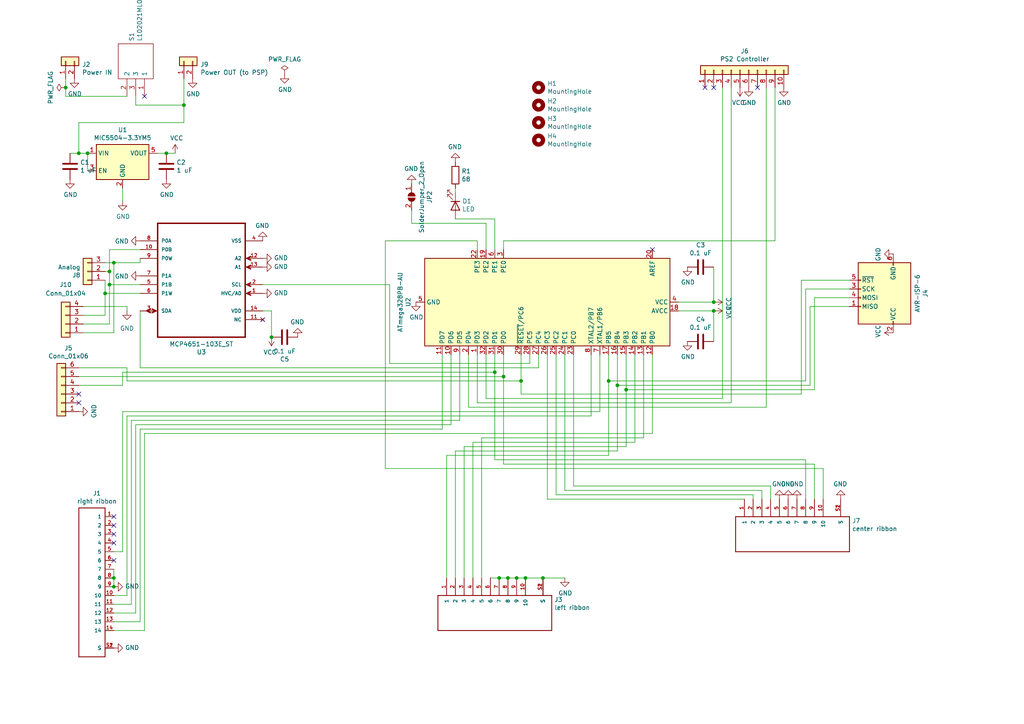
<source format=kicad_sch>
(kicad_sch (version 20211123) (generator eeschema)
  (paper "A4")
  (title_block (title "PS2 to PSP adapter") (company "orangeglo") (comment 1 "For PSP 2000"))
  (lib_symbols
    (symbol "1-1734592-0:1-1734592-0" (pin_names (offset 1.016))
      (property "Reference" "J" (at -5.08 18.5674 0))
      (property "Value" "1-1734592-0_1-1734592-0" (at -5.08 -17.8054 0))
      (symbol "1-1734592-0_0_0"
        (polyline (pts (xy -5.08 -15.24) (xy 5.08 -15.24)) (stroke (width 0.254)))
        (polyline (pts (xy -5.08 17.78) (xy -5.08 -15.24)) (stroke (width 0.254)))
        (polyline (pts (xy 5.08 -15.24) (xy 5.08 17.78)) (stroke (width 0.254)))
        (polyline (pts (xy 5.08 17.78) (xy -5.08 17.78)) (stroke (width 0.254)))
        (pin passive line (at 10.16 15.24 180) (length 5.08) (name "1") (number "1"))
        (pin passive line (at 10.16 -7.62 180) (length 5.08) (name "10") (number "10"))
        (pin passive line (at 10.16 12.7 180) (length 5.08) (name "2") (number "2"))
        (pin passive line (at 10.16 10.16 180) (length 5.08) (name "3") (number "3"))
        (pin passive line (at 10.16 7.62 180) (length 5.08) (name "4") (number "4"))
        (pin passive line (at 10.16 5.08 180) (length 5.08) (name "5") (number "5"))
        (pin passive line (at 10.16 2.54 180) (length 5.08) (name "6") (number "6"))
        (pin passive line (at 10.16 0 180) (length 5.08) (name "7") (number "7"))
        (pin passive line (at 10.16 -2.54 180) (length 5.08) (name "8") (number "8"))
        (pin passive line (at 10.16 -5.08 180) (length 5.08) (name "9") (number "9"))
        (pin passive line (at 10.16 -12.7 180) (length 5.08) (name "S") (number "S1"))
        (pin passive line (at 10.16 -12.7 180) (length 5.08) (name "S") (number "S2"))
      )
    )
    (symbol "1-1734592-4:1-1734592-4" (pin_names (offset 1.016))
      (property "Reference" "J" (at -3.302 21.1074 0))
      (property "Value" "1-1734592-4_1-1734592-4" (at -2.794 -24.9174 0))
      (symbol "1-1734592-4_0_0"
        (polyline (pts (xy -2.54 -22.86) (xy -2.54 20.32)) (stroke (width 0.254)))
        (polyline (pts (xy -2.54 20.32) (xy 5.08 20.32)) (stroke (width 0.254)))
        (polyline (pts (xy 5.08 -22.86) (xy -2.54 -22.86)) (stroke (width 0.254)))
        (polyline (pts (xy 5.08 20.32) (xy 5.08 -22.86)) (stroke (width 0.254)))
        (pin passive line (at -5.08 17.78 0) (length 2.54) (name "1") (number "1"))
        (pin passive line (at -5.08 -5.08 0) (length 2.54) (name "10") (number "10"))
        (pin passive line (at -5.08 -7.62 0) (length 2.54) (name "11") (number "11"))
        (pin passive line (at -5.08 -10.16 0) (length 2.54) (name "12") (number "12"))
        (pin passive line (at -5.08 -12.7 0) (length 2.54) (name "13") (number "13"))
        (pin passive line (at -5.08 -15.24 0) (length 2.54) (name "14") (number "14"))
        (pin passive line (at -5.08 15.24 0) (length 2.54) (name "2") (number "2"))
        (pin passive line (at -5.08 12.7 0) (length 2.54) (name "3") (number "3"))
        (pin passive line (at -5.08 10.16 0) (length 2.54) (name "4") (number "4"))
        (pin passive line (at -5.08 7.62 0) (length 2.54) (name "5") (number "5"))
        (pin passive line (at -5.08 5.08 0) (length 2.54) (name "6") (number "6"))
        (pin passive line (at -5.08 2.54 0) (length 2.54) (name "7") (number "7"))
        (pin passive line (at -5.08 0 0) (length 2.54) (name "8") (number "8"))
        (pin passive line (at -5.08 -2.54 0) (length 2.54) (name "9") (number "9"))
        (pin passive line (at -5.08 -20.32 0) (length 2.54) (name "S") (number "S1"))
        (pin passive line (at -5.08 -20.32 0) (length 2.54) (name "S") (number "S2"))
      )
    )
    (symbol "Connector:AVR-ISP-6" (pin_names (offset 1.016))
      (property "Reference" "J" (at -6.35 11.43 0))
      (property "Value" "AVR-ISP-6" (at 0 11.43 0))
      (symbol "AVR-ISP-6_0_1"
        (rectangle (start -2.667 -6.858) (end -2.413 -7.62))
        (rectangle (start -2.667 10.16) (end -2.413 9.398))
        (rectangle (start 7.62 -2.413) (end 6.858 -2.667))
        (rectangle (start 7.62 0.127) (end 6.858 -0.127))
        (rectangle (start 7.62 2.667) (end 6.858 2.413))
        (rectangle (start 7.62 5.207) (end 6.858 4.953))
        (rectangle (start 7.62 10.16) (end -7.62 -7.62) (stroke (width 0.254)) (fill (type background)))
      )
      (symbol "AVR-ISP-6_1_1"
        (pin passive line (at 10.16 5.08 180) (length 2.54) (name "MISO") (number "1"))
        (pin passive line (at -2.54 12.7 270) (length 2.54) (name "VCC") (number "2"))
        (pin passive line (at 10.16 0 180) (length 2.54) (name "SCK") (number "3"))
        (pin passive line (at 10.16 2.54 180) (length 2.54) (name "MOSI") (number "4"))
        (pin passive line (at 10.16 -2.54 180) (length 2.54) (name "~{RST}") (number "5"))
        (pin passive line (at -2.54 -10.16 90) (length 2.54) (name "GND") (number "6"))
      )
    )
    (symbol "Connector_Generic:Conn_01x02" (pin_names (offset 1.016) hide)
      (property "Reference" "J" (at 0 2.54 0))
      (property "Value" "Conn_01x02" (at 0 -5.08 0))
      (symbol "Conn_01x02_1_1"
        (rectangle (start -1.27 -2.413) (end 0 -2.667) (stroke (width 0.1524)))
        (rectangle (start -1.27 0.127) (end 0 -0.127) (stroke (width 0.1524)))
        (rectangle (start -1.27 1.27) (end 1.27 -3.81) (stroke (width 0.254)) (fill (type background)))
        (pin passive line (at -5.08 0 0) (length 3.81) (name "Pin_1") (number "1"))
        (pin passive line (at -5.08 -2.54 0) (length 3.81) (name "Pin_2") (number "2"))
      )
    )
    (symbol "Connector_Generic:Conn_01x03" (pin_names (offset 1.016) hide)
      (property "Reference" "J" (at 0 5.08 0))
      (property "Value" "Conn_01x03" (at 0 -5.08 0))
      (symbol "Conn_01x03_1_1"
        (rectangle (start -1.27 -2.413) (end 0 -2.667) (stroke (width 0.1524)))
        (rectangle (start -1.27 0.127) (end 0 -0.127) (stroke (width 0.1524)))
        (rectangle (start -1.27 2.667) (end 0 2.413) (stroke (width 0.1524)))
        (rectangle (start -1.27 3.81) (end 1.27 -3.81) (stroke (width 0.254)) (fill (type background)))
        (pin passive line (at -5.08 2.54 0) (length 3.81) (name "Pin_1") (number "1"))
        (pin passive line (at -5.08 0 0) (length 3.81) (name "Pin_2") (number "2"))
        (pin passive line (at -5.08 -2.54 0) (length 3.81) (name "Pin_3") (number "3"))
      )
    )
    (symbol "Connector_Generic:Conn_01x04" (pin_names (offset 1.016) hide)
      (property "Reference" "J" (at 0 5.08 0))
      (property "Value" "Conn_01x04" (at 0 -7.62 0))
      (symbol "Conn_01x04_1_1"
        (rectangle (start -1.27 -4.953) (end 0 -5.207) (stroke (width 0.1524)))
        (rectangle (start -1.27 -2.413) (end 0 -2.667) (stroke (width 0.1524)))
        (rectangle (start -1.27 0.127) (end 0 -0.127) (stroke (width 0.1524)))
        (rectangle (start -1.27 2.667) (end 0 2.413) (stroke (width 0.1524)))
        (rectangle (start -1.27 3.81) (end 1.27 -6.35) (stroke (width 0.254)) (fill (type background)))
        (pin passive line (at -5.08 2.54 0) (length 3.81) (name "Pin_1") (number "1"))
        (pin passive line (at -5.08 0 0) (length 3.81) (name "Pin_2") (number "2"))
        (pin passive line (at -5.08 -2.54 0) (length 3.81) (name "Pin_3") (number "3"))
        (pin passive line (at -5.08 -5.08 0) (length 3.81) (name "Pin_4") (number "4"))
      )
    )
    (symbol "Connector_Generic:Conn_01x06" (pin_names (offset 1.016) hide)
      (property "Reference" "J" (at 0 7.62 0))
      (property "Value" "Conn_01x06" (at 0 -10.16 0))
      (symbol "Conn_01x06_1_1"
        (rectangle (start -1.27 -7.493) (end 0 -7.747) (stroke (width 0.1524)))
        (rectangle (start -1.27 -4.953) (end 0 -5.207) (stroke (width 0.1524)))
        (rectangle (start -1.27 -2.413) (end 0 -2.667) (stroke (width 0.1524)))
        (rectangle (start -1.27 0.127) (end 0 -0.127) (stroke (width 0.1524)))
        (rectangle (start -1.27 2.667) (end 0 2.413) (stroke (width 0.1524)))
        (rectangle (start -1.27 5.207) (end 0 4.953) (stroke (width 0.1524)))
        (rectangle (start -1.27 6.35) (end 1.27 -8.89) (stroke (width 0.254)) (fill (type background)))
        (pin passive line (at -5.08 5.08 0) (length 3.81) (name "Pin_1") (number "1"))
        (pin passive line (at -5.08 2.54 0) (length 3.81) (name "Pin_2") (number "2"))
        (pin passive line (at -5.08 0 0) (length 3.81) (name "Pin_3") (number "3"))
        (pin passive line (at -5.08 -2.54 0) (length 3.81) (name "Pin_4") (number "4"))
        (pin passive line (at -5.08 -5.08 0) (length 3.81) (name "Pin_5") (number "5"))
        (pin passive line (at -5.08 -7.62 0) (length 3.81) (name "Pin_6") (number "6"))
      )
    )
    (symbol "Connector_Generic:Conn_01x10" (pin_names (offset 1.016) hide)
      (property "Reference" "J" (at 0 12.7 0))
      (property "Value" "Conn_01x10" (at 0 -15.24 0))
      (symbol "Conn_01x10_1_1"
        (rectangle (start -1.27 -12.573) (end 0 -12.827) (stroke (width 0.1524)))
        (rectangle (start -1.27 -10.033) (end 0 -10.287) (stroke (width 0.1524)))
        (rectangle (start -1.27 -7.493) (end 0 -7.747) (stroke (width 0.1524)))
        (rectangle (start -1.27 -4.953) (end 0 -5.207) (stroke (width 0.1524)))
        (rectangle (start -1.27 -2.413) (end 0 -2.667) (stroke (width 0.1524)))
        (rectangle (start -1.27 0.127) (end 0 -0.127) (stroke (width 0.1524)))
        (rectangle (start -1.27 2.667) (end 0 2.413) (stroke (width 0.1524)))
        (rectangle (start -1.27 5.207) (end 0 4.953) (stroke (width 0.1524)))
        (rectangle (start -1.27 7.747) (end 0 7.493) (stroke (width 0.1524)))
        (rectangle (start -1.27 10.287) (end 0 10.033) (stroke (width 0.1524)))
        (rectangle (start -1.27 11.43) (end 1.27 -13.97) (stroke (width 0.254)) (fill (type background)))
        (pin passive line (at -5.08 10.16 0) (length 3.81) (name "Pin_1") (number "1"))
        (pin passive line (at -5.08 -12.7 0) (length 3.81) (name "Pin_10") (number "10"))
        (pin passive line (at -5.08 7.62 0) (length 3.81) (name "Pin_2") (number "2"))
        (pin passive line (at -5.08 5.08 0) (length 3.81) (name "Pin_3") (number "3"))
        (pin passive line (at -5.08 2.54 0) (length 3.81) (name "Pin_4") (number "4"))
        (pin passive line (at -5.08 0 0) (length 3.81) (name "Pin_5") (number "5"))
        (pin passive line (at -5.08 -2.54 0) (length 3.81) (name "Pin_6") (number "6"))
        (pin passive line (at -5.08 -5.08 0) (length 3.81) (name "Pin_7") (number "7"))
        (pin passive line (at -5.08 -7.62 0) (length 3.81) (name "Pin_8") (number "8"))
        (pin passive line (at -5.08 -10.16 0) (length 3.81) (name "Pin_9") (number "9"))
      )
    )
    (symbol "Device:C" (pin_numbers hide) (pin_names (offset 0.254))
      (property "Reference" "C" (at 0.635 2.54 0))
      (property "Value" "C" (at 0.635 -2.54 0))
      (symbol "C_0_1"
        (polyline (pts (xy -2.032 -0.762) (xy 2.032 -0.762)) (stroke (width 0.508)))
        (polyline (pts (xy -2.032 0.762) (xy 2.032 0.762)) (stroke (width 0.508)))
      )
      (symbol "C_1_1"
        (pin passive line (at 0 3.81 270) (length 2.794) (name "~") (number "1"))
        (pin passive line (at 0 -3.81 90) (length 2.794) (name "~") (number "2"))
      )
    )
    (symbol "Device:LED" (pin_numbers hide) (pin_names (offset 1.016) hide)
      (property "Reference" "D" (at 0 2.54 0))
      (property "Value" "LED" (at 0 -2.54 0))
      (symbol "LED_0_1"
        (polyline (pts (xy -1.27 -1.27) (xy -1.27 1.27)) (stroke (width 0.254)))
        (polyline (pts (xy -1.27 0) (xy 1.27 0)))
        (polyline (pts (xy 1.27 -1.27) (xy 1.27 1.27) (xy -1.27 0) (xy 1.27 -1.27)) (stroke (width 0.254)))
        (polyline (pts (xy -3.048 -0.762) (xy -4.572 -2.286) (xy -3.81 -2.286) (xy -4.572 -2.286) (xy -4.572 -1.524)))
        (polyline (pts (xy -1.778 -0.762) (xy -3.302 -2.286) (xy -2.54 -2.286) (xy -3.302 -2.286) (xy -3.302 -1.524)))
      )
      (symbol "LED_1_1"
        (pin passive line (at -3.81 0 0) (length 2.54) (name "K") (number "1"))
        (pin passive line (at 3.81 0 180) (length 2.54) (name "A") (number "2"))
      )
    )
    (symbol "Device:R" (pin_numbers hide) (pin_names (offset 0))
      (property "Reference" "R" (at 2.032 0 90))
      (property "Value" "R" (at 0 0 90))
      (symbol "R_0_1"
        (rectangle (start -1.016 -2.54) (end 1.016 2.54) (stroke (width 0.254)))
      )
      (symbol "R_1_1"
        (pin passive line (at 0 3.81 270) (length 1.27) (name "~") (number "1"))
        (pin passive line (at 0 -3.81 90) (length 1.27) (name "~") (number "2"))
      )
    )
    (symbol "Jumper:SolderJumper_2_Open" (pin_names (offset 0) hide)
      (property "Reference" "JP" (at 0 2.032 0))
      (property "Value" "SolderJumper_2_Open" (at 0 -2.54 0))
      (symbol "SolderJumper_2_Open_0_1"
        (arc (start -0.254 1.016) (mid -1.27 0) (end -0.254 -1.016))
        (arc (start -0.254 1.016) (mid -1.27 0) (end -0.254 -1.016) (fill (type outline)))
        (polyline (pts (xy -0.254 1.016) (xy -0.254 -1.016)))
        (polyline (pts (xy 0.254 1.016) (xy 0.254 -1.016)))
        (arc (start 0.254 -1.016) (mid 1.27 0) (end 0.254 1.016))
        (arc (start 0.254 -1.016) (mid 1.27 0) (end 0.254 1.016) (fill (type outline)))
      )
      (symbol "SolderJumper_2_Open_1_1"
        (pin passive line (at -3.81 0 0) (length 2.54) (name "A") (number "1"))
        (pin passive line (at 3.81 0 180) (length 2.54) (name "B") (number "2"))
      )
    )
    (symbol "L102021ML04Q:L102021ML04Q" (pin_names (offset 0.762))
      (property "Reference" "S" (at 16.51 7.62 0))
      (property "Value" "L102021ML04Q_L102021ML04Q" (at 16.51 5.08 0))
      (symbol "L102021ML04Q_0_0"
        (pin unspecified line (at 0 -5.08 0) (length 5.08) (name "1") (number "1"))
        (pin unspecified line (at 0 0 0) (length 5.08) (name "2") (number "2"))
        (pin unspecified line (at 0 -2.54 0) (length 5.08) (name "3") (number "3"))
      )
      (symbol "L102021ML04Q_0_1"
        (polyline (pts (xy 5.08 2.54) (xy 15.24 2.54) (xy 15.24 -7.62) (xy 5.08 -7.62) (xy 5.08 2.54)) (stroke (width 0.1524)))
      )
    )
    (symbol "MCP4651-103E_ST:MCP4651-103E_ST" (pin_names (offset 1.016))
      (property "Reference" "U" (at -4.5974 14.0716 0))
      (property "Value" "MCP4651-103E_ST_MCP4651-103E_ST" (at -5.8674 -23.2156 0))
      (symbol "MCP4651-103E_ST_0_0"
        (polyline (pts (xy -13.208 -10.16) (xy -14.2748 -10.668)) (stroke (width 0.4064)))
        (polyline (pts (xy -13.208 -10.16) (xy -14.2748 -9.652)) (stroke (width 0.4064)))
        (polyline (pts (xy -13.208 -7.62) (xy -14.2748 -8.128)) (stroke (width 0.4064)))
        (polyline (pts (xy -13.208 -7.62) (xy -14.2748 -7.112)) (stroke (width 0.4064)))
        (polyline (pts (xy -13.208 -2.54) (xy -14.2748 -3.048)) (stroke (width 0.4064)))
        (polyline (pts (xy -13.208 -2.54) (xy -14.2748 -2.032)) (stroke (width 0.4064)))
        (polyline (pts (xy -13.208 0) (xy -14.2748 -0.508)) (stroke (width 0.4064)))
        (polyline (pts (xy -13.208 0) (xy -14.2748 0.508)) (stroke (width 0.4064)))
        (polyline (pts (xy -12.7 -20.32) (xy 12.7 -20.32)) (stroke (width 0.4064)))
        (polyline (pts (xy -12.7 12.7) (xy -12.7 -20.32)) (stroke (width 0.4064)))
        (polyline (pts (xy 12.7 -20.32) (xy 12.7 12.7)) (stroke (width 0.4064)))
        (polyline (pts (xy 12.7 12.7) (xy -12.7 12.7)) (stroke (width 0.4064)))
        (polyline (pts (xy 13.208 5.08) (xy 14.2748 4.572)) (stroke (width 0.4064)))
        (polyline (pts (xy 13.208 5.08) (xy 14.2748 5.588)) (stroke (width 0.4064)))
        (polyline (pts (xy 14.7828 4.572) (xy 15.8242 5.08)) (stroke (width 0.4064)))
        (polyline (pts (xy 14.7828 5.588) (xy 15.8242 5.08)) (stroke (width 0.4064)))
        (pin input line (at -17.78 0 0) (length 5.08) (name "HVC/A0") (number "1"))
        (pin passive line (at 17.78 -12.7 180) (length 5.08) (name "P0B") (number "10"))
        (pin no_connect line (at -17.78 7.62 0) (length 5.08) (name "NC") (number "11"))
        (pin input line (at -17.78 -10.16 0) (length 5.08) (name "A2") (number "12"))
        (pin input line (at -17.78 -7.62 0) (length 5.08) (name "A1") (number "13"))
        (pin power_in line (at -17.78 5.08 0) (length 5.08) (name "VDD") (number "14"))
        (pin input line (at -17.78 -2.54 0) (length 5.08) (name "SCL") (number "2"))
        (pin bidirectional line (at 17.78 5.08 180) (length 5.08) (name "SDA") (number "3"))
        (pin power_in line (at -17.78 -15.24 0) (length 5.08) (name "VSS") (number "4"))
        (pin passive line (at 17.78 -2.54 180) (length 5.08) (name "P1B") (number "5"))
        (pin passive line (at 17.78 0 180) (length 5.08) (name "P1W") (number "6"))
        (pin passive line (at 17.78 -5.08 180) (length 5.08) (name "P1A") (number "7"))
        (pin passive line (at 17.78 -15.24 180) (length 5.08) (name "P0A") (number "8"))
        (pin passive line (at 17.78 -10.16 180) (length 5.08) (name "P0W") (number "9"))
      )
    )
    (symbol "MCU_Microchip_ATmega:ATmega328PB-AU"
      (property "Reference" "U" (at -12.7 36.83 0))
      (property "Value" "MCU_Microchip_ATmega_ATmega328PB-AU" (at 2.54 -36.83 0))
      (symbol "ATmega328PB-AU_0_1"
        (rectangle (start -12.7 -35.56) (end 12.7 35.56) (stroke (width 0.254)) (fill (type background)))
      )
      (symbol "ATmega328PB-AU_1_1"
        (pin bidirectional line (at 15.24 -20.32 180) (length 2.54) (name "PD3") (number "1"))
        (pin bidirectional line (at 15.24 -27.94 180) (length 2.54) (name "PD6") (number "10"))
        (pin bidirectional line (at 15.24 -30.48 180) (length 2.54) (name "PD7") (number "11"))
        (pin bidirectional line (at 15.24 30.48 180) (length 2.54) (name "PB0") (number "12"))
        (pin bidirectional line (at 15.24 27.94 180) (length 2.54) (name "PB1") (number "13"))
        (pin bidirectional line (at 15.24 25.4 180) (length 2.54) (name "PB2") (number "14"))
        (pin bidirectional line (at 15.24 22.86 180) (length 2.54) (name "PB3") (number "15"))
        (pin bidirectional line (at 15.24 20.32 180) (length 2.54) (name "PB4") (number "16"))
        (pin bidirectional line (at 15.24 17.78 180) (length 2.54) (name "PB5") (number "17"))
        (pin power_in line (at 2.54 38.1 270) (length 2.54) (name "AVCC") (number "18"))
        (pin bidirectional line (at -15.24 -17.78 0) (length 2.54) (name "PE2") (number "19"))
        (pin bidirectional line (at 15.24 -22.86 180) (length 2.54) (name "PD4") (number "2"))
        (pin passive line (at -15.24 30.48 0) (length 2.54) (name "AREF") (number "20"))
        (pin passive line (at 0 -38.1 90) (length 2.54) hide (name "GND") (number "21"))
        (pin bidirectional line (at -15.24 -20.32 0) (length 2.54) (name "PE3") (number "22"))
        (pin bidirectional line (at 15.24 7.62 180) (length 2.54) (name "PC0") (number "23"))
        (pin bidirectional line (at 15.24 5.08 180) (length 2.54) (name "PC1") (number "24"))
        (pin bidirectional line (at 15.24 2.54 180) (length 2.54) (name "PC2") (number "25"))
        (pin bidirectional line (at 15.24 0 180) (length 2.54) (name "PC3") (number "26"))
        (pin bidirectional line (at 15.24 -2.54 180) (length 2.54) (name "PC4") (number "27"))
        (pin bidirectional line (at 15.24 -5.08 180) (length 2.54) (name "PC5") (number "28"))
        (pin bidirectional line (at 15.24 -7.62 180) (length 2.54) (name "~{RESET}/PC6") (number "29"))
        (pin bidirectional line (at -15.24 -12.7 0) (length 2.54) (name "PE0") (number "3"))
        (pin bidirectional line (at 15.24 -12.7 180) (length 2.54) (name "PD0") (number "30"))
        (pin bidirectional line (at 15.24 -15.24 180) (length 2.54) (name "PD1") (number "31"))
        (pin bidirectional line (at 15.24 -17.78 180) (length 2.54) (name "PD2") (number "32"))
        (pin power_in line (at 0 38.1 270) (length 2.54) (name "VCC") (number "4"))
        (pin power_in line (at 0 -38.1 90) (length 2.54) (name "GND") (number "5"))
        (pin bidirectional line (at -15.24 -15.24 0) (length 2.54) (name "PE1") (number "6"))
        (pin bidirectional line (at 15.24 15.24 180) (length 2.54) (name "XTAL1/PB6") (number "7"))
        (pin bidirectional line (at 15.24 12.7 180) (length 2.54) (name "XTAL2/PB7") (number "8"))
        (pin bidirectional line (at 15.24 -25.4 180) (length 2.54) (name "PD5") (number "9"))
      )
    )
    (symbol "Mechanical:MountingHole" (pin_names (offset 1.016))
      (property "Reference" "H" (at 0 5.08 0))
      (property "Value" "MountingHole" (at 0 3.175 0))
      (symbol "MountingHole_0_1"
        (circle (center 0 0) (radius 1.27) (stroke (width 1.27)))
      )
    )
    (symbol "Regulator_Linear:MIC5504-3.3YM5"
      (property "Reference" "U" (at -7.62 8.89 0))
      (property "Value" "MIC5504-3.3YM5" (at -7.62 6.35 0))
      (symbol "MIC5504-3.3YM5_0_1"
        (rectangle (start -7.62 -5.08) (end 7.62 5.08) (stroke (width 0.254)) (fill (type background)))
      )
      (symbol "MIC5504-3.3YM5_1_1"
        (pin power_in line (at -10.16 2.54 0) (length 2.54) (name "VIN") (number "1"))
        (pin power_in line (at 0 -7.62 90) (length 2.54) (name "GND") (number "2"))
        (pin input line (at -10.16 -2.54 0) (length 2.54) (name "EN") (number "3"))
        (pin no_connect line (at 7.62 -2.54 180) (length 2.54) hide (name "NC") (number "4"))
        (pin power_out line (at 10.16 2.54 180) (length 2.54) (name "VOUT") (number "5"))
      )
    )
    (symbol "power:GND" (power) (pin_names (offset 0))
      (property "Value" "GND" (at 0 -3.81 0))
      (symbol "GND_0_1"
        (polyline (pts (xy 0 0) (xy 0 -1.27) (xy 1.27 -1.27) (xy 0 -2.54) (xy -1.27 -1.27) (xy 0 -1.27)))
      )
      (symbol "GND_1_1"
        (pin power_in line (at 0 0 270) (length 0) hide (name "GND") (number "1"))
      )
    )
    (symbol "power:PWR_FLAG" (power) (pin_numbers hide) (pin_names (offset 0) hide)
      (property "Value" "PWR_FLAG" (at 0 3.81 0))
      (symbol "PWR_FLAG_0_0"
        (pin power_out line (at 0 0 90) (length 0) (name "pwr") (number "1"))
      )
      (symbol "PWR_FLAG_0_1"
        (polyline (pts (xy 0 0) (xy 0 1.27) (xy -1.016 1.905) (xy 0 2.54) (xy 1.016 1.905) (xy 0 1.27)))
      )
    )
    (symbol "power:VCC" (power) (pin_names (offset 0))
      (property "Value" "VCC" (at 0 3.81 0))
      (symbol "VCC_0_1"
        (polyline (pts (xy -0.762 1.27) (xy 0 2.54)))
        (polyline (pts (xy 0 0) (xy 0 2.54)))
        (polyline (pts (xy 0 2.54) (xy 0.762 1.27)))
      )
      (symbol "VCC_1_1"
        (pin power_in line (at 0 0 90) (length 0) hide (name "VCC") (number "1"))
      )
    )
  )
  (junction (at 22.86 44.45))
  (junction (at 146.05 109.22))
  (junction (at 179.07 111.76))
  (junction (at 31.75 82.55))
  (junction (at 151.13 110.49))
  (junction (at 33.02 167.64))
  (junction (at 176.53 110.49))
  (junction (at 152.4 167.64))
  (junction (at 149.86 167.64))
  (junction (at 181.61 113.03))
  (junction (at 78.74 97.79))
  (junction (at 33.02 76.2))
  (junction (at 53.34 30.48))
  (junction (at 19.05 25.4))
  (junction (at 157.48 167.64))
  (junction (at 143.51 107.95))
  (junction (at 147.32 167.64))
  (junction (at 33.02 170.18))
  (junction (at 207.01 87.63))
  (junction (at 48.26 44.45))
  (junction (at 207.01 90.17))
  (junction (at 144.78 167.64))
  (junction (at 30.48 85.09))
  (junction (at 25.4 44.45))
  (junction (at 31.75 78.74))
  (no_connect (at 33.02 149.86))
  (no_connect (at 204.47 25.4))
  (no_connect (at 219.71 25.4))
  (no_connect (at 41.91 27.94))
  (no_connect (at 33.02 162.56))
  (no_connect (at 33.02 152.4))
  (no_connect (at 76.2 92.71))
  (no_connect (at 189.23 72.39))
  (no_connect (at 22.86 114.3))
  (no_connect (at 33.02 154.94))
  (no_connect (at 33.02 157.48))
  (no_connect (at 207.01 25.4))
  (no_connect (at 22.86 116.84))
  (wire (pts (xy 222.25 25.4) (xy 222.25 118.11)))
  (wire (pts (xy 144.78 167.64) (xy 147.32 167.64)))
  (wire (pts (xy 151.13 114.3) (xy 151.13 110.49)))
  (wire (pts (xy 232.41 114.3) (xy 151.13 114.3)))
  (wire (pts (xy 238.76 135.89) (xy 111.76 135.89)))
  (wire (pts (xy 212.09 25.4) (xy 212.09 116.84)))
  (wire (pts (xy 236.22 86.36) (xy 246.38 86.36)))
  (wire (pts (xy 132.08 130.81) (xy 179.07 130.81)))
  (wire (pts (xy 35.56 111.76) (xy 22.86 111.76)))
  (wire (pts (xy 161.29 143.51) (xy 161.29 102.87)))
  (wire (pts (xy 207.01 87.63) (xy 196.85 87.63)))
  (wire (pts (xy 133.35 102.87) (xy 133.35 121.92)))
  (wire (pts (xy 143.51 72.39) (xy 143.51 63.5)))
  (wire (pts (xy 132.08 54.61) (xy 132.08 55.88)))
  (wire (pts (xy 35.56 107.95) (xy 143.51 107.95)))
  (wire (pts (xy 133.35 121.92) (xy 38.1 121.92)))
  (wire (pts (xy 35.56 160.02) (xy 35.56 119.38)))
  (wire (pts (xy 234.95 88.9) (xy 246.38 88.9)))
  (wire (pts (xy 36.83 106.68) (xy 22.86 106.68)))
  (wire (pts (xy 212.09 116.84) (xy 138.43 116.84)))
  (wire (pts (xy 218.44 143.51) (xy 161.29 143.51)))
  (wire (pts (xy 30.48 81.28) (xy 30.48 85.09)))
  (wire (pts (xy 76.2 82.55) (xy 113.03 82.55)))
  (wire (pts (xy 146.05 109.22) (xy 146.05 102.87)))
  (wire (pts (xy 215.9 144.78) (xy 158.75 144.78)))
  (wire (pts (xy 146.05 69.85) (xy 146.05 72.39)))
  (wire (pts (xy 209.55 115.57) (xy 140.97 115.57)))
  (wire (pts (xy 179.07 102.87) (xy 179.07 111.76)))
  (wire (pts (xy 129.54 132.08) (xy 176.53 132.08)))
  (wire (pts (xy 130.81 123.19) (xy 39.37 123.19)))
  (wire (pts (xy 142.24 167.64) (xy 144.78 167.64)))
  (wire (pts (xy 22.86 44.45) (xy 20.32 44.45)))
  (wire (pts (xy 24.13 91.44) (xy 30.48 91.44)))
  (wire (pts (xy 171.45 120.65) (xy 36.83 120.65)))
  (wire (pts (xy 147.32 167.64) (xy 149.86 167.64)))
  (wire (pts (xy 35.56 119.38) (xy 173.99 119.38)))
  (wire (pts (xy 236.22 113.03) (xy 236.22 86.36)))
  (wire (pts (xy 138.43 69.85) (xy 138.43 72.39)))
  (wire (pts (xy 209.55 25.4) (xy 209.55 115.57)))
  (wire (pts (xy 22.86 109.22) (xy 146.05 109.22)))
  (wire (pts (xy 151.13 110.49) (xy 151.13 102.87)))
  (wire (pts (xy 30.48 76.2) (xy 33.02 76.2)))
  (wire (pts (xy 113.03 105.41) (xy 153.67 105.41)))
  (wire (pts (xy 33.02 167.64) (xy 33.02 170.18)))
  (wire (pts (xy 143.51 133.35) (xy 143.51 107.95)))
  (wire (pts (xy 236.22 134.62) (xy 146.05 134.62)))
  (wire (pts (xy 181.61 113.03) (xy 181.61 129.54)))
  (wire (pts (xy 19.05 25.4) (xy 19.05 22.86)))
  (wire (pts (xy 137.16 128.27) (xy 137.16 167.64)))
  (wire (pts (xy 39.37 27.94) (xy 39.37 30.48)))
  (wire (pts (xy 41.91 182.88) (xy 33.02 182.88)))
  (wire (pts (xy 22.86 35.56) (xy 22.86 44.45)))
  (wire (pts (xy 135.89 118.11) (xy 135.89 102.87)))
  (wire (pts (xy 39.37 30.48) (xy 53.34 30.48)))
  (wire (pts (xy 153.67 105.41) (xy 153.67 102.87)))
  (wire (pts (xy 38.1 175.26) (xy 33.02 175.26)))
  (wire (pts (xy 40.64 124.46) (xy 40.64 180.34)))
  (wire (pts (xy 179.07 111.76) (xy 179.07 130.81)))
  (wire (pts (xy 173.99 119.38) (xy 173.99 102.87)))
  (wire (pts (xy 143.51 63.5) (xy 132.08 63.5)))
  (wire (pts (xy 189.23 125.73) (xy 41.91 125.73)))
  (wire (pts (xy 166.37 140.97) (xy 166.37 102.87)))
  (wire (pts (xy 140.97 72.39) (xy 140.97 64.77)))
  (wire (pts (xy 35.56 58.42) (xy 35.56 54.61)))
  (wire (pts (xy 30.48 85.09) (xy 40.64 85.09)))
  (wire (pts (xy 184.15 128.27) (xy 137.16 128.27)))
  (wire (pts (xy 234.95 111.76) (xy 234.95 88.9)))
  (wire (pts (xy 207.01 77.47) (xy 207.01 87.63)))
  (wire (pts (xy 224.79 25.4) (xy 224.79 69.85)))
  (wire (pts (xy 181.61 102.87) (xy 181.61 113.03)))
  (wire (pts (xy 31.75 78.74) (xy 30.48 78.74)))
  (wire (pts (xy 50.8 44.45) (xy 48.26 44.45)))
  (wire (pts (xy 53.34 22.86) (xy 53.34 30.48)))
  (wire (pts (xy 236.22 144.78) (xy 236.22 134.62)))
  (wire (pts (xy 41.91 125.73) (xy 41.91 182.88)))
  (wire (pts (xy 38.1 121.92) (xy 38.1 175.26)))
  (wire (pts (xy 25.4 44.45) (xy 22.86 44.45)))
  (wire (pts (xy 48.26 44.45) (xy 45.72 44.45)))
  (wire (pts (xy 207.01 90.17) (xy 196.85 90.17)))
  (wire (pts (xy 163.83 142.24) (xy 220.98 142.24)))
  (wire (pts (xy 186.69 102.87) (xy 186.69 127)))
  (wire (pts (xy 78.74 90.17) (xy 78.74 97.79)))
  (wire (pts (xy 40.64 72.39) (xy 31.75 72.39)))
  (wire (pts (xy 224.79 69.85) (xy 146.05 69.85)))
  (wire (pts (xy 53.34 30.48) (xy 53.34 35.56)))
  (wire (pts (xy 184.15 102.87) (xy 184.15 128.27)))
  (wire (pts (xy 25.4 44.45) (xy 25.4 49.53)))
  (wire (pts (xy 181.61 113.03) (xy 236.22 113.03)))
  (wire (pts (xy 111.76 69.85) (xy 138.43 69.85)))
  (wire (pts (xy 156.21 106.68) (xy 156.21 102.87)))
  (wire (pts (xy 233.68 133.35) (xy 143.51 133.35)))
  (wire (pts (xy 181.61 129.54) (xy 134.62 129.54)))
  (wire (pts (xy 140.97 115.57) (xy 140.97 102.87)))
  (wire (pts (xy 33.02 76.2) (xy 40.64 76.2)))
  (wire (pts (xy 33.02 96.52) (xy 33.02 76.2)))
  (wire (pts (xy 36.83 88.9) (xy 36.83 90.17)))
  (wire (pts (xy 233.68 83.82) (xy 246.38 83.82)))
  (wire (pts (xy 24.13 93.98) (xy 31.75 93.98)))
  (wire (pts (xy 128.27 102.87) (xy 128.27 124.46)))
  (wire (pts (xy 223.52 144.78) (xy 223.52 140.97)))
  (wire (pts (xy 139.7 127) (xy 139.7 167.64)))
  (wire (pts (xy 24.13 96.52) (xy 33.02 96.52)))
  (wire (pts (xy 163.83 102.87) (xy 163.83 142.24)))
  (wire (pts (xy 158.75 144.78) (xy 158.75 102.87)))
  (wire (pts (xy 36.83 172.72) (xy 33.02 172.72)))
  (wire (pts (xy 129.54 132.08) (xy 129.54 167.64)))
  (wire (pts (xy 134.62 129.54) (xy 134.62 167.64)))
  (wire (pts (xy 176.53 110.49) (xy 176.53 132.08)))
  (wire (pts (xy 40.64 106.68) (xy 156.21 106.68)))
  (wire (pts (xy 36.83 110.49) (xy 151.13 110.49)))
  (wire (pts (xy 138.43 116.84) (xy 138.43 102.87)))
  (wire (pts (xy 176.53 110.49) (xy 233.68 110.49)))
  (wire (pts (xy 35.56 107.95) (xy 35.56 111.76)))
  (wire (pts (xy 143.51 102.87) (xy 143.51 107.95)))
  (wire (pts (xy 31.75 82.55) (xy 31.75 78.74)))
  (wire (pts (xy 113.03 82.55) (xy 113.03 105.41)))
  (wire (pts (xy 189.23 102.87) (xy 189.23 125.73)))
  (wire (pts (xy 176.53 102.87) (xy 176.53 110.49)))
  (wire (pts (xy 111.76 135.89) (xy 111.76 69.85)))
  (wire (pts (xy 40.64 180.34) (xy 33.02 180.34)))
  (wire (pts (xy 36.83 120.65) (xy 36.83 172.72)))
  (wire (pts (xy 232.41 81.28) (xy 232.41 114.3)))
  (wire (pts (xy 207.01 99.06) (xy 207.01 90.17)))
  (wire (pts (xy 149.86 167.64) (xy 152.4 167.64)))
  (wire (pts (xy 36.83 110.49) (xy 36.83 106.68)))
  (wire (pts (xy 31.75 72.39) (xy 31.75 78.74)))
  (wire (pts (xy 130.81 102.87) (xy 130.81 123.19)))
  (wire (pts (xy 233.68 144.78) (xy 233.68 133.35)))
  (wire (pts (xy 246.38 81.28) (xy 232.41 81.28)))
  (wire (pts (xy 128.27 124.46) (xy 40.64 124.46)))
  (wire (pts (xy 33.02 165.1) (xy 33.02 167.64)))
  (wire (pts (xy 33.02 160.02) (xy 35.56 160.02)))
  (wire (pts (xy 119.38 64.77) (xy 119.38 60.96)))
  (wire (pts (xy 223.52 140.97) (xy 166.37 140.97)))
  (wire (pts (xy 40.64 82.55) (xy 31.75 82.55)))
  (wire (pts (xy 218.44 144.78) (xy 218.44 143.51)))
  (wire (pts (xy 31.75 93.98) (xy 31.75 82.55)))
  (wire (pts (xy 39.37 177.8) (xy 33.02 177.8)))
  (wire (pts (xy 222.25 118.11) (xy 135.89 118.11)))
  (wire (pts (xy 76.2 90.17) (xy 78.74 90.17)))
  (wire (pts (xy 146.05 134.62) (xy 146.05 109.22)))
  (wire (pts (xy 40.64 76.2) (xy 40.64 74.93)))
  (wire (pts (xy 53.34 35.56) (xy 22.86 35.56)))
  (wire (pts (xy 40.64 90.17) (xy 40.64 106.68)))
  (wire (pts (xy 233.68 110.49) (xy 233.68 83.82)))
  (wire (pts (xy 19.05 27.94) (xy 19.05 25.4)))
  (wire (pts (xy 220.98 142.24) (xy 220.98 144.78)))
  (wire (pts (xy 36.83 27.94) (xy 19.05 27.94)))
  (wire (pts (xy 30.48 91.44) (xy 30.48 85.09)))
  (wire (pts (xy 163.83 167.64) (xy 157.48 167.64)))
  (wire (pts (xy 39.37 123.19) (xy 39.37 177.8)))
  (wire (pts (xy 186.69 127) (xy 139.7 127)))
  (wire (pts (xy 132.08 130.81) (xy 132.08 167.64)))
  (wire (pts (xy 171.45 102.87) (xy 171.45 120.65)))
  (wire (pts (xy 152.4 167.64) (xy 157.48 167.64)))
  (wire (pts (xy 24.13 88.9) (xy 36.83 88.9)))
  (wire (pts (xy 238.76 144.78) (xy 238.76 135.89)))
  (wire (pts (xy 179.07 111.76) (xy 234.95 111.76)))
  (wire (pts (xy 140.97 64.77) (xy 119.38 64.77)))
  (symbol (lib_id "MCU_Microchip_ATmega:ATmega328PB-AU") (at 158.75 87.63 270) (unit 1)
    (property "Reference" "U2" (at 118.3894 87.63 0))
    (property "Value" "ATmega328PB-AU" (at 116.078 87.63 0))
    (property "Footprint" "Package_QFP:TQFP-32_7x7mm_P0.8mm" (effects hide))
    (property "Datasheet" "http://ww1.microchip.com/downloads/en/DeviceDoc/40001906C.pdf" (effects hide))
  )
  (symbol (lib_id "MCP4651-103E_ST:MCP4651-103E_ST") (at 58.42 85.09 180) (unit 1)
    (property "Reference" "U3" (at 58.42 102.108 0))
    (property "Value" "MCP4651-103E_ST" (at 58.42 99.7966 0))
    (property "Footprint" "Package_SO:TSSOP-14_4.4x5mm_P0.65mm" (effects hide))
    (property "Datasheet" "SOP-14" (effects hide))
    (property "Field4" "77M2987" (effects hide))
    (property "Field5" "1836513" (effects hide))
    (property "Field6" "Microchip" (effects hide))
    (property "Field7" "MCP4651-103E/ST" (effects hide))
  )
  (symbol (lib_id "Regulator_Linear:MIC5504-3.3YM5") (at 35.56 46.99 0) (unit 1)
    (property "Reference" "U1" (at 35.56 37.6682 0))
    (property "Value" "MIC5504-3.3YM5" (at 35.56 39.9796 0))
    (property "Footprint" "Package_TO_SOT_SMD:SOT-23-5" (effects hide))
    (property "Datasheet" "http://ww1.microchip.com/downloads/en/DeviceDoc/MIC550X.pdf" (effects hide))
  )
  (symbol (lib_id "power:GND") (at 35.56 58.42 0) (unit 1)
    (property "Reference" "#PWR0111" (effects hide))
    (property "Value" "GND" (at 35.687 62.8142 0))
  )
  (symbol (lib_id "power:VCC") (at 50.8 44.45 0) (unit 1)
    (property "Reference" "#PWR0110" (effects hide))
    (property "Value" "VCC" (at 51.2318 40.0558 0))
  )
  (symbol (lib_id "power:VCC") (at 207.01 87.63 270) (unit 1)
    (property "Reference" "#PWR0112" (effects hide))
    (property "Value" "VCC" (at 211.4042 88.0618 0))
  )
  (symbol (lib_id "power:VCC") (at 207.01 90.17 270) (unit 1)
    (property "Reference" "#PWR0113" (effects hide))
    (property "Value" "VCC" (at 211.4042 90.6018 0))
  )
  (symbol (lib_id "power:VCC") (at 78.74 97.79 180) (unit 1)
    (property "Reference" "#PWR0101" (effects hide))
    (property "Value" "VCC" (at 78.3082 102.1842 0))
  )
  (symbol (lib_id "power:GND") (at 76.2 74.93 90) (unit 1)
    (property "Reference" "#PWR0102" (effects hide))
    (property "Value" "GND" (at 79.4512 74.803 90) (effects (justify right)))
  )
  (symbol (lib_id "power:GND") (at 76.2 77.47 90) (unit 1)
    (property "Reference" "#PWR0103" (effects hide))
    (property "Value" "GND" (at 79.4512 77.343 90) (effects (justify right)))
  )
  (symbol (lib_id "power:GND") (at 76.2 85.09 90) (unit 1)
    (property "Reference" "#PWR0104" (effects hide))
    (property "Value" "GND" (at 79.4512 84.963 90) (effects (justify right)))
  )
  (symbol (lib_id "Connector:AVR-ISP-6") (at 256.54 83.82 180) (unit 1)
    (property "Reference" "J4" (at 268.4018 85.09 90))
    (property "Value" "AVR-ISP-6" (at 266.0904 85.09 90))
    (property "Footprint" "Connector_PinHeader_2.54mm:PinHeader_2x03_P2.54mm_Vertical" (effects hide))
    (property "Datasheet" " ~" (effects hide))
  )
  (symbol (lib_id "power:GND") (at 259.08 73.66 270) (unit 1)
    (property "Reference" "#PWR0107" (effects hide))
    (property "Value" "GND" (at 254.6858 73.787 0))
  )
  (symbol (lib_id "power:VCC") (at 259.08 96.52 90) (unit 1)
    (property "Reference" "#PWR0105" (effects hide))
    (property "Value" "VCC" (at 254.6858 96.0628 0))
  )
  (symbol (lib_id "Device:C") (at 203.2 77.47 90) (unit 1)
    (property "Reference" "C3" (at 203.2 71.0692 90))
    (property "Value" "0.1 uF" (at 203.2 73.3806 90))
    (property "Footprint" "Capacitor_SMD:C_0603_1608Metric_Pad1.05x0.95mm_HandSolder" (effects hide))
  )
  (symbol (lib_id "Device:C") (at 203.2 99.06 90) (unit 1)
    (property "Reference" "C4" (at 203.2 92.6592 90))
    (property "Value" "0.1 uF" (at 203.2 94.9706 90))
    (property "Footprint" "Capacitor_SMD:C_0603_1608Metric_Pad1.05x0.95mm_HandSolder" (effects hide))
  )
  (symbol (lib_id "power:GND") (at 199.39 77.47 0) (unit 1)
    (property "Reference" "#PWR0114" (effects hide))
    (property "Value" "GND" (at 199.517 81.8642 0))
  )
  (symbol (lib_id "power:GND") (at 199.39 99.06 0) (unit 1)
    (property "Reference" "#PWR0115" (effects hide))
    (property "Value" "GND" (at 199.517 103.4542 0))
  )
  (symbol (lib_id "Device:C") (at 82.55 97.79 90) (unit 1)
    (property "Reference" "C5" (at 82.55 104.1908 90))
    (property "Value" "0.1 uF" (at 82.55 101.8794 90))
    (property "Footprint" "Capacitor_SMD:C_0603_1608Metric_Pad1.05x0.95mm_HandSolder" (effects hide))
  )
  (symbol (lib_id "power:GND") (at 86.36 97.79 180) (unit 1)
    (property "Reference" "#PWR0106" (effects hide))
    (property "Value" "GND" (at 86.233 93.3958 0))
  )
  (symbol (lib_id "Device:C") (at 48.26 48.26 0) (unit 1)
    (property "Reference" "C2" (at 51.181 47.0916 0) (effects (justify left)))
    (property "Value" "1 uF" (at 51.181 49.403 0) (effects (justify left)))
    (property "Footprint" "Capacitor_SMD:C_0603_1608Metric_Pad1.05x0.95mm_HandSolder" (effects hide))
  )
  (symbol (lib_id "power:GND") (at 48.26 52.07 0) (unit 1)
    (property "Reference" "#PWR0109" (effects hide))
    (property "Value" "GND" (at 48.387 56.4642 0))
  )
  (symbol (lib_id "Device:C") (at 20.32 48.26 0) (unit 1)
    (property "Reference" "C1" (at 23.241 47.0916 0) (effects (justify left)))
    (property "Value" "1 uF" (at 23.241 49.403 0) (effects (justify left)))
    (property "Footprint" "Capacitor_SMD:C_0603_1608Metric_Pad1.05x0.95mm_HandSolder" (effects hide))
  )
  (symbol (lib_id "power:GND") (at 20.32 52.07 0) (unit 1)
    (property "Reference" "#PWR0108" (effects hide))
    (property "Value" "GND" (at 20.447 56.4642 0))
  )
  (symbol (lib_id "1-1734592-0:1-1734592-0") (at 144.78 177.8 90) (unit 1)
    (property "Reference" "J3" (at 160.782 173.9138 90) (effects (justify right)))
    (property "Value" "left ribbon" (at 160.782 176.2252 90) (effects (justify right)))
    (property "Footprint" "PSP_Consolizer:Left_Ribbon" (effects hide))
    (property "Datasheet" "10" (effects hide))
    (property "Field4" "https://www.te.com/usa-en/product-1-1734592-0.html?te_bu=Cor&te_type=disp&te_campaign=seda_glo_cor-seda-global-disp-prtnr-fy19-seda-model-bom-cta_sma-317_1&elqCampaignId=32493" (effects hide))
    (property "Field5" "Connector" (effects hide))
    (property "Field6" ".5 mm[.0197 in]" (effects hide))
    (property "Field7" "1-1734592-0" (effects hide))
  )
  (symbol (lib_id "1-1734592-0:1-1734592-0") (at 231.14 154.94 90) (unit 1)
    (property "Reference" "J7" (at 247.142 151.0538 90) (effects (justify right)))
    (property "Value" "center ribbon" (at 247.142 153.3652 90) (effects (justify right)))
    (property "Footprint" "Connector_FFC-FPC:TE_1-1734839-0_1x10-1MP_P0.5mm_Horizontal" (effects hide))
    (property "Datasheet" "10" (effects hide))
    (property "Field4" "https://www.te.com/usa-en/product-1-1734592-0.html?te_bu=Cor&te_type=disp&te_campaign=seda_glo_cor-seda-global-disp-prtnr-fy19-seda-model-bom-cta_sma-317_1&elqCampaignId=32493" (effects hide))
    (property "Field5" "Connector" (effects hide))
    (property "Field6" ".5 mm[.0197 in]" (effects hide))
    (property "Field7" "1-1734592-0" (effects hide))
  )
  (symbol (lib_id "power:GND") (at 163.83 167.64 0) (unit 1)
    (property "Reference" "#PWR0116" (effects hide))
    (property "Value" "GND" (at 163.957 172.0342 0))
  )
  (symbol (lib_id "power:GND") (at 243.84 144.78 180) (unit 1)
    (property "Reference" "#PWR0117" (effects hide))
    (property "Value" "GND" (at 243.713 140.3858 0))
  )
  (symbol (lib_id "power:GND") (at 76.2 69.85 180) (unit 1)
    (property "Reference" "#PWR0118" (effects hide))
    (property "Value" "GND" (at 76.073 65.4558 0))
  )
  (symbol (lib_id "1-1734592-4:1-1734592-4") (at 27.94 167.64 0) (mirror y) (unit 1)
    (property "Reference" "J1" (at 28.1178 143.0782 0))
    (property "Value" "right ribbon" (at 28.1178 145.3896 0))
    (property "Footprint" "Connector_FFC-FPC:TE_1-1734839-4_1x14-1MP_P0.5mm_Horizontal" (effects hide))
    (property "Datasheet" "https://www.te.com/usa-en/product-1-1734592-4.html?te_bu=Cor&te_type=disp&te_campaign=seda_glo_cor-seda-global-disp-prtnr-fy19-seda-model-bom-cta_sma-317_1&elqCampaignId=32493" (effects hide))
    (property "Field4" "Compliant" (effects hide))
    (property "Field5" "1-1734592-4" (effects hide))
  )
  (symbol (lib_id "power:GND") (at 33.02 187.96 90) (unit 1)
    (property "Reference" "#PWR0119" (effects hide))
    (property "Value" "GND" (at 36.2712 187.833 90) (effects (justify right)))
  )
  (symbol (lib_id "power:GND") (at 132.08 46.99 180) (unit 1)
    (property "Reference" "#PWR0120" (effects hide))
    (property "Value" "GND" (at 131.953 42.5958 0))
  )
  (symbol (lib_id "Connector_Generic:Conn_01x03") (at 25.4 78.74 180) (unit 1)
    (property "Reference" "J8" (at 23.368 79.8068 0) (effects (justify left)))
    (property "Value" "Analog" (at 23.368 77.4954 0) (effects (justify left)))
    (property "Footprint" "Connector_PinHeader_2.54mm:PinHeader_1x03_P2.54mm_Vertical" (effects hide))
  )
  (symbol (lib_id "power:GND") (at 120.65 87.63 0) (unit 1)
    (property "Reference" "#PWR0124" (effects hide))
    (property "Value" "GND" (at 120.777 92.0242 0))
  )
  (symbol (lib_id "power:GND") (at 40.64 80.01 270) (unit 1)
    (property "Reference" "#PWR0125" (effects hide))
    (property "Value" "GND" (at 37.3888 80.137 90) (effects (justify right)))
  )
  (symbol (lib_id "power:GND") (at 40.64 69.85 270) (unit 1)
    (property "Reference" "#PWR0126" (effects hide))
    (property "Value" "GND" (at 37.3888 69.977 90) (effects (justify right)))
  )
  (symbol (lib_id "power:GND") (at 231.14 144.78 180) (unit 1)
    (property "Reference" "#PWR0127" (effects hide))
    (property "Value" "GND" (at 231.013 140.3858 0))
  )
  (symbol (lib_id "power:GND") (at 228.6 144.78 180) (unit 1)
    (property "Reference" "#PWR0128" (effects hide))
    (property "Value" "GND" (at 228.473 140.3858 0))
  )
  (symbol (lib_id "power:GND") (at 226.06 144.78 180) (unit 1)
    (property "Reference" "#PWR0129" (effects hide))
    (property "Value" "GND" (at 225.933 140.3858 0))
  )
  (symbol (lib_id "power:PWR_FLAG") (at 82.55 21.59 0) (unit 1)
    (property "Reference" "#FLG02" (effects hide))
    (property "Value" "PWR_FLAG" (at 82.55 17.1958 0))
  )
  (symbol (lib_id "power:GND") (at 82.55 21.59 0) (unit 1)
    (property "Reference" "#PWR02" (effects hide))
    (property "Value" "GND" (at 82.677 25.9842 0))
  )
  (symbol (lib_id "Jumper:SolderJumper_2_Open") (at 119.38 57.15 270) (unit 1)
    (property "Reference" "JP2" (at 124.587 57.15 0))
    (property "Value" "SolderJumper_2_Open" (at 122.2756 57.15 0))
    (property "Footprint" "Jumper:SolderJumper-2_P1.3mm_Open_RoundedPad1.0x1.5mm" (effects hide))
  )
  (symbol (lib_id "power:GND") (at 119.38 53.34 180) (unit 1)
    (property "Reference" "#PWR0130" (effects hide))
    (property "Value" "GND" (at 119.253 48.9458 0))
  )
  (symbol (lib_id "power:GND") (at 33.02 170.18 90) (unit 1)
    (property "Reference" "#PWR0131" (effects hide))
    (property "Value" "GND" (at 36.2712 170.053 90) (effects (justify right)))
  )
  (symbol (lib_id "Connector_Generic:Conn_01x06") (at 17.78 114.3 180) (unit 1)
    (property "Reference" "J5" (at 19.8628 100.965 0))
    (property "Value" "Conn_01x06" (at 19.8628 103.2764 0))
    (property "Footprint" "Connector_PinHeader_2.54mm:PinHeader_1x06_P2.54mm_Horizontal" (effects hide))
  )
  (symbol (lib_id "power:GND") (at 22.86 119.38 90) (unit 1)
    (property "Reference" "#PWR0121" (effects hide))
    (property "Value" "GND" (at 27.2542 119.253 0))
  )
  (symbol (lib_id "Connector_Generic:Conn_01x10") (at 214.63 20.32 90) (unit 1)
    (property "Reference" "J6" (at 216.0016 14.8082 90))
    (property "Value" "PS2 Controller" (at 216.0016 17.1196 90))
    (property "Footprint" "Connector:ps2_connector" (effects hide))
  )
  (symbol (lib_id "power:GND") (at 227.33 25.4 0) (unit 1)
    (property "Reference" "#PWR0122" (effects hide))
    (property "Value" "GND" (at 227.457 29.7942 0))
  )
  (symbol (lib_id "power:GND") (at 217.17 25.4 0) (unit 1)
    (property "Reference" "#PWR0123" (effects hide))
    (property "Value" "GND" (at 217.297 29.7942 0))
  )
  (symbol (lib_id "power:VCC") (at 214.63 25.4 180) (unit 1)
    (property "Reference" "#PWR0133" (effects hide))
    (property "Value" "VCC" (at 214.1728 29.7942 0))
  )
  (symbol (lib_id "Device:LED") (at 132.08 59.69 270) (unit 1)
    (property "Reference" "D1" (at 134.0612 58.3438 90) (effects (justify left)))
    (property "Value" "LED" (at 134.0612 60.6552 90) (effects (justify left)))
    (property "Footprint" "LED_SMD:LED_0603_1608Metric_Pad1.05x0.95mm_HandSolder" (effects hide))
  )
  (symbol (lib_id "Device:R") (at 132.08 50.8 0) (unit 1)
    (property "Reference" "R1" (at 133.858 49.6316 0) (effects (justify left)))
    (property "Value" "68" (at 133.858 51.943 0) (effects (justify left)))
    (property "Footprint" "Resistor_SMD:R_0603_1608Metric_Pad1.05x0.95mm_HandSolder" (effects hide))
  )
  (symbol (lib_id "Connector_Generic:Conn_01x02") (at 19.05 17.78 90) (unit 1)
    (property "Reference" "J2" (at 23.8252 18.6944 90) (effects (justify right)))
    (property "Value" "Power IN" (at 23.8252 21.0058 90) (effects (justify right)))
    (property "Footprint" "Connector_PinHeader_2.54mm:PinHeader_1x02_P2.54mm_Vertical" (effects hide))
  )
  (symbol (lib_id "Connector_Generic:Conn_01x02") (at 53.34 17.78 90) (unit 1)
    (property "Reference" "J9" (at 58.1152 18.6944 90) (effects (justify right)))
    (property "Value" "Power OUT (to PSP)" (at 58.1152 21.0058 90) (effects (justify right)))
    (property "Footprint" "Connector_PinHeader_2.54mm:PinHeader_1x02_P2.54mm_Horizontal" (effects hide))
  )
  (symbol (lib_id "power:GND") (at 21.59 22.86 0) (unit 1)
    (property "Reference" "#PWR0132" (effects hide))
    (property "Value" "GND" (at 21.717 27.2542 0))
  )
  (symbol (lib_id "power:GND") (at 55.88 22.86 0) (unit 1)
    (property "Reference" "#PWR0134" (effects hide))
    (property "Value" "GND" (at 56.007 27.2542 0))
  )
  (symbol (lib_id "power:PWR_FLAG") (at 19.05 25.4 90) (unit 1)
    (property "Reference" "#FLG0101" (effects hide))
    (property "Value" "PWR_FLAG" (at 14.6558 25.4 0))
  )
  (symbol (lib_id "L102021ML04Q:L102021ML04Q") (at 36.83 27.94 90) (unit 1)
    (property "Reference" "S1" (at 38.2016 11.9888 0) (effects (justify left)))
    (property "Value" "L102021ML04Q" (at 40.513 11.9888 0) (effects (justify left)))
    (property "Footprint" "PSP_Consolizer:L102021ML04Q" (effects hide))
    (property "Datasheet" "http://www.ckswitches.com/media/1423/l.pdf" (effects hide))
    (property "Description" "SWITCH SLIDE SPDT 4A 125V" (effects hide))
    (property "Height" "7" (effects hide))
    (property "Manufacturer_Name" "C & K COMPONENTS" (effects hide))
    (property "Manufacturer_Part_Number" "L102021ML04Q" (effects hide))
    (property "Mouser Part Number" "611-L102021ML04Q" (effects hide))
    (property "Mouser Price/Stock" "https://www.mouser.co.uk/ProductDetail/CK/L102021ML04Q?qs=XK7TQRbusgWd6Hv%2F260p7g%3D%3D" (effects hide))
    (property "Allied_Number" "70128569" (effects hide))
    (property "Allied Price/Stock" "https://www.alliedelec.com/c-k-l102021ml04q/70128569/" (effects hide))
  )
  (symbol (lib_id "Mechanical:MountingHole") (at 156.21 25.4 0) (unit 1)
    (property "Reference" "H1" (at 158.75 24.2316 0) (effects (justify left)))
    (property "Value" "MountingHole" (at 158.75 26.543 0) (effects (justify left)))
    (property "Footprint" "MountingHole:MountingHole_2.2mm_M2" (effects hide))
  )
  (symbol (lib_id "Mechanical:MountingHole") (at 156.21 30.48 0) (unit 1)
    (property "Reference" "H2" (at 158.75 29.3116 0) (effects (justify left)))
    (property "Value" "MountingHole" (at 158.75 31.623 0) (effects (justify left)))
    (property "Footprint" "MountingHole:MountingHole_2.2mm_M2" (effects hide))
  )
  (symbol (lib_id "Mechanical:MountingHole") (at 156.21 35.56 0) (unit 1)
    (property "Reference" "H3" (at 158.75 34.3916 0) (effects (justify left)))
    (property "Value" "MountingHole" (at 158.75 36.703 0) (effects (justify left)))
    (property "Footprint" "MountingHole:MountingHole_2.2mm_M2" (effects hide))
  )
  (symbol (lib_id "Mechanical:MountingHole") (at 156.21 40.64 0) (unit 1)
    (property "Reference" "H4" (at 158.75 39.4716 0) (effects (justify left)))
    (property "Value" "MountingHole" (at 158.75 41.783 0) (effects (justify left)))
    (property "Footprint" "MountingHole:MountingHole_2.2mm_M2" (effects hide))
  )
  (symbol (lib_id "power:GND") (at 36.83 90.17 0) (unit 1)
    (property "Reference" "#PWR01" (effects hide))
    (property "Value" "GND" (at 36.83 95.25 0))
  )
  (symbol (lib_id "Connector_Generic:Conn_01x04") (at 19.05 93.98 180) (unit 1)
    (property "Reference" "J10" (at 19.05 82.55 0))
    (property "Value" "Conn_01x04" (at 19.05 85.09 0))
    (property "Footprint" "PSP_Consolizer:TE_0-1734839-45_1x04-1MP_P0.5mm_Horizontal" (effects hide))
  )
)
</source>
